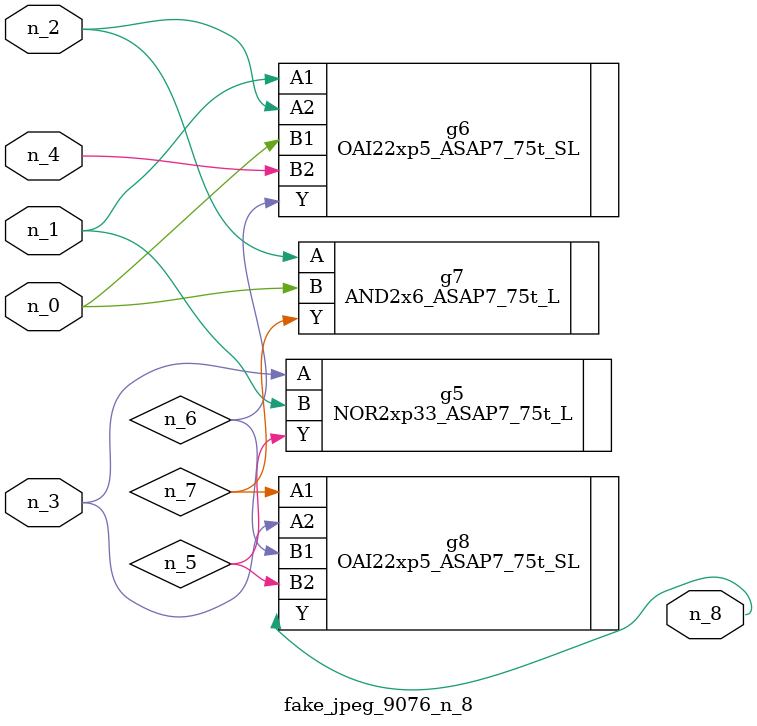
<source format=v>
module fake_jpeg_9076_n_8 (n_3, n_2, n_1, n_0, n_4, n_8);

input n_3;
input n_2;
input n_1;
input n_0;
input n_4;

output n_8;

wire n_6;
wire n_5;
wire n_7;

NOR2xp33_ASAP7_75t_L g5 ( 
.A(n_3),
.B(n_1),
.Y(n_5)
);

OAI22xp5_ASAP7_75t_SL g6 ( 
.A1(n_1),
.A2(n_2),
.B1(n_0),
.B2(n_4),
.Y(n_6)
);

AND2x6_ASAP7_75t_L g7 ( 
.A(n_2),
.B(n_0),
.Y(n_7)
);

OAI22xp5_ASAP7_75t_SL g8 ( 
.A1(n_7),
.A2(n_3),
.B1(n_6),
.B2(n_5),
.Y(n_8)
);


endmodule
</source>
